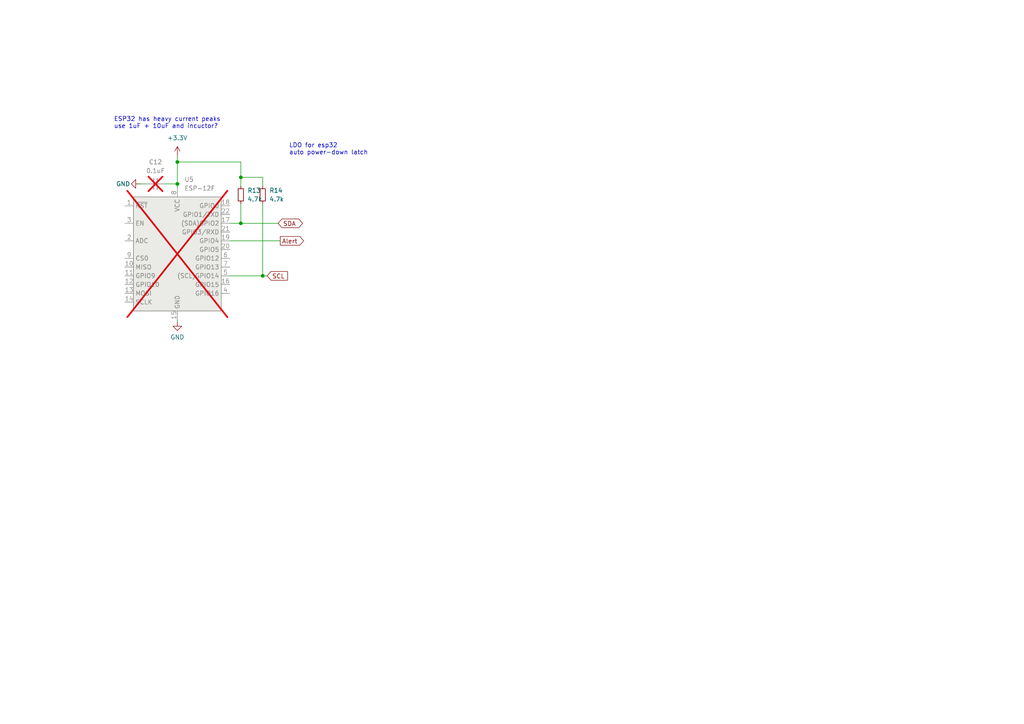
<source format=kicad_sch>
(kicad_sch (version 20250114) (generator "eeschema") (generator_version "9.0")
  (paper "A4")
  (lib_symbols
    (symbol "Device:C_Small" (pin_numbers (hide yes)) (pin_names (offset 0.254) (hide yes))
      (property "Reference" "C" (at 0.254 1.778 0))
      (property "Value" "C_Small" (at 0.254 -2.032 0))
      (symbol "C_Small_0_1"
        (polyline (pts (xy -1.524 0.508) (xy 1.524 0.508)) (stroke (width 0.3048)))
        (polyline (pts (xy -1.524 -0.508) (xy 1.524 -0.508)) (stroke (width 0.3302)))
      )
      (symbol "C_Small_1_1"
        (pin passive line (at 0 2.54 270) (length 2.032) (name "~") (number "1"))
        (pin passive line (at 0 -2.54 90) (length 2.032) (name "~") (number "2"))
      )
    )
    (symbol "Device:R_Small" (pin_numbers (hide yes)) (pin_names (offset 0.254) (hide yes))
      (property "Reference" "R" (at 0.762 0.508 0))
      (property "Value" "R_Small" (at 0.762 -1.016 0))
      (symbol "R_Small_0_1"
        (rectangle (start -0.762 1.778) (end 0.762 -1.778) (stroke (width 0.2032)))
      )
      (symbol "R_Small_1_1"
        (pin passive line (at 0 2.54 270) (length 0.762) (name "~") (number "1"))
        (pin passive line (at 0 -2.54 90) (length 0.762) (name "~") (number "2"))
      )
    )
    (symbol "open-pe:ESP-12F"
      (property "Reference" "U" (at -12.7 19.05 0))
      (property "Value" "ESP-12F" (at 12.7 19.05 0))
      (symbol "ESP-12F_0_1"
        (rectangle (start -12.7 17.78) (end 12.7 -15.24) (stroke (width 0.254)) (fill (type background)))
      )
      (symbol "ESP-12F_1_1"
        (pin input line (at -15.24 15.24 0) (length 2.54) (name "~{RST}") (number "1"))
        (pin input line (at -15.24 10.16 0) (length 2.54) (name "EN") (number "3"))
        (pin input line (at -15.24 5.08 0) (length 2.54) (name "ADC") (number "2"))
        (pin input line (at -15.24 0 0) (length 2.54) (name "CS0") (number "9"))
        (pin bidirectional line (at -15.24 -2.54 0) (length 2.54) (name "MISO") (number "10"))
        (pin bidirectional line (at -15.24 -5.08 0) (length 2.54) (name "GPIO9") (number "11"))
        (pin bidirectional line (at -15.24 -7.62 0) (length 2.54) (name "GPIO10") (number "12"))
        (pin bidirectional line (at -15.24 -10.16 0) (length 2.54) (name "MOSI") (number "13"))
        (pin bidirectional line (at -15.24 -12.7 0) (length 2.54) (name "SCLK") (number "14"))
        (pin power_in line (at 0 20.32 270) (length 2.54) (name "VCC") (number "8"))
        (pin power_in line (at 0 -17.78 90) (length 2.54) (name "GND") (number "15"))
        (pin bidirectional line (at 15.24 15.24 180) (length 2.54) (name "GPIO0") (number "18"))
        (pin bidirectional line (at 15.24 12.7 180) (length 2.54) (name "GPIO1/TXD") (number "22"))
        (pin bidirectional line (at 15.24 10.16 180) (length 2.54) (name "(SDA)GPIO2") (number "17"))
        (pin bidirectional line (at 15.24 7.62 180) (length 2.54) (name "GPIO3/RXD") (number "21"))
        (pin bidirectional line (at 15.24 5.08 180) (length 2.54) (name "GPIO4") (number "19"))
        (pin bidirectional line (at 15.24 2.54 180) (length 2.54) (name "GPIO5") (number "20"))
        (pin bidirectional line (at 15.24 0 180) (length 2.54) (name "GPIO12") (number "6"))
        (pin bidirectional line (at 15.24 -2.54 180) (length 2.54) (name "GPIO13") (number "7"))
        (pin bidirectional line (at 15.24 -5.08 180) (length 2.54) (name "(SCL)GPIO14") (number "5"))
        (pin bidirectional line (at 15.24 -7.62 180) (length 2.54) (name "GPIO15") (number "16"))
        (pin bidirectional line (at 15.24 -10.16 180) (length 2.54) (name "GPIO16") (number "4"))
      )
    )
    (symbol "power:+3.3V" (power) (pin_names (offset 0))
      (property "Value" "+3.3V" (at 0 3.556 0))
      (symbol "+3.3V_0_1"
        (polyline (pts (xy -0.762 1.27) (xy 0 2.54)))
        (polyline (pts (xy 0 2.54) (xy 0.762 1.27)))
        (polyline (pts (xy 0 0) (xy 0 2.54)))
      )
      (symbol "+3.3V_1_1"
        (pin power_in line (at 0 0 90) (length 0) (hide yes) (name "+3.3V") (number "1"))
      )
    )
    (symbol "power:GND" (power) (pin_names (offset 0))
      (property "Value" "GND" (at 0 -3.81 0))
      (symbol "GND_0_1"
        (polyline (pts (xy 0 0) (xy 0 -1.27) (xy 1.27 -1.27) (xy 0 -2.54) (xy -1.27 -1.27) (xy 0 -1.27)))
      )
      (symbol "GND_1_1"
        (pin power_in line (at 0 0 270) (length 0) (hide yes) (name "GND") (number "1"))
      )
    )
  )
  (text "ESP32 has heavy current peaks\nuse 1uF + 10uF and incuctor?" (at 33.02 37.465 0) (effects (font (size 1.27 1.27)) (justify left bottom)))
  (text "LDO for esp32\nauto power-down latch\n" (at 83.82 45.085 0) (effects (font (size 1.27 1.27)) (justify left bottom)))
  (junction (at 69.85 51.435))
  (junction (at 51.435 46.99))
  (junction (at 69.85 64.77))
  (junction (at 51.435 53.34))
  (junction (at 76.2 80.01))
  (wire (pts (xy 69.85 53.975) (xy 69.85 51.435)))
  (wire (pts (xy 47.625 53.34) (xy 51.435 53.34)))
  (wire (pts (xy 51.435 53.34) (xy 52.07 53.34)))
  (wire (pts (xy 69.85 51.435) (xy 69.85 46.99)))
  (wire (pts (xy 69.85 59.055) (xy 69.85 64.77)))
  (wire (pts (xy 51.435 92.71) (xy 51.435 93.345)))
  (wire (pts (xy 76.2 59.055) (xy 76.2 80.01)))
  (wire (pts (xy 69.85 64.77) (xy 80.645 64.77)))
  (wire (pts (xy 69.85 46.99) (xy 51.435 46.99)))
  (wire (pts (xy 40.64 53.34) (xy 42.545 53.34)))
  (wire (pts (xy 66.675 64.77) (xy 69.85 64.77)))
  (wire (pts (xy 51.435 46.99) (xy 51.435 53.34)))
  (wire (pts (xy 66.675 69.85) (xy 81.28 69.85)))
  (wire (pts (xy 69.85 51.435) (xy 76.2 51.435)))
  (wire (pts (xy 51.435 53.34) (xy 51.435 54.61)))
  (wire (pts (xy 76.2 80.01) (xy 77.47 80.01)))
  (wire (pts (xy 51.435 45.085) (xy 51.435 46.99)))
  (wire (pts (xy 76.2 51.435) (xy 76.2 53.975)))
  (wire (pts (xy 66.675 80.01) (xy 76.2 80.01)))
  (global_label "SCL" (shape input) (at 77.47 80.01 0) (property "Intersheetrefs" "${INTERSHEET_REFS}" (effects (hide yes))))
  (global_label "Alert" (shape output) (at 81.28 69.85 0) (property "Intersheetrefs" "${INTERSHEET_REFS}" (effects (hide yes))))
  (global_label "SDA" (shape bidirectional) (at 80.645 64.77 0) (property "Intersheetrefs" "${INTERSHEET_REFS}" (effects (hide yes))))
  (symbol (lib_id "power:GND") (at 51.435 93.345 0) (unit 1)
    (property "Reference" "#PWR011" (effects (hide yes)))
    (property "Value" "GND" (at 51.435 97.79 0))
  )
  (symbol (lib_id "Device:R_Small") (at 76.2 56.515 0) (unit 1)
    (property "Reference" "R14" (at 78.105 55.2449 0) (effects (justify left)))
    (property "Value" "4.7k" (at 78.105 57.7849 0) (effects (justify left)))
    (property "Footprint" "Resistor_SMD:R_0805_2012Metric" (effects (hide yes)))
  )
  (symbol (lib_id "open-pe:ESP-12F") (at 51.435 74.93 0) (unit 1) (in_bom no) (on_board no) (dnp yes)
    (property "Reference" "U5" (at 53.4544 52.07 0) (effects (justify left)))
    (property "Value" "ESP-12F" (at 53.4544 54.61 0) (effects (justify left)))
    (property "Footprint" "RF_Module:ESP-12E" (effects (hide yes)))
    (property "Datasheet" "https://docs.ai-thinker.com/_media/esp8266/docs/esp-12f_product_specification_en.pdf" (effects (hide yes)))
  )
  (symbol (lib_id "Device:R_Small") (at 69.85 56.515 180) (unit 1)
    (property "Reference" "R13" (at 71.755 55.2449 0) (effects (justify right)))
    (property "Value" "4.7k" (at 71.755 57.7849 0) (effects (justify right)))
    (property "Footprint" "Resistor_SMD:R_0805_2012Metric" (effects (hide yes)))
  )
  (symbol (lib_id "Device:C_Small") (at 45.085 53.34 90) (unit 1) (in_bom no) (on_board no) (dnp yes)
    (property "Reference" "C12" (at 45.0913 46.99 90))
    (property "Value" "0.1uF" (at 45.0913 49.53 90))
    (property "Footprint" "Capacitor_SMD:C_0805_2012Metric" (effects (hide yes)))
  )
  (symbol (lib_id "power:GND") (at 40.64 53.34 270) (unit 1)
    (property "Reference" "#PWR09" (effects (hide yes)))
    (property "Value" "GND" (at 33.655 53.34 90) (effects (justify left)))
  )
  (symbol (lib_id "power:+3.3V") (at 51.435 45.085 0) (unit 1)
    (property "Reference" "#PWR010" (effects (hide yes)))
    (property "Value" "+3.3V" (at 51.435 40.005 0))
  )
)
</source>
